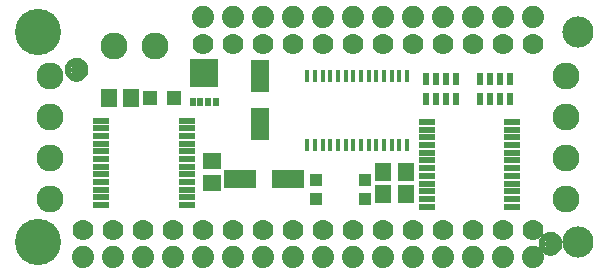
<source format=gbr>
G04 EAGLE Gerber RS-274X export*
G75*
%MOMM*%
%FSLAX34Y34*%
%LPD*%
%INSoldermask Top*%
%IPPOS*%
%AMOC8*
5,1,8,0,0,1.08239X$1,22.5*%
G01*
%ADD10R,1.351600X0.501600*%
%ADD11C,2.286000*%
%ADD12R,1.401600X1.601600*%
%ADD13R,2.701600X1.501600*%
%ADD14R,1.501600X2.701600*%
%ADD15R,1.301600X1.301600*%
%ADD16C,1.101600*%
%ADD17C,0.500000*%
%ADD18R,0.521600X0.801600*%
%ADD19R,2.451600X2.351600*%
%ADD20R,0.406400X1.092200*%
%ADD21R,1.601600X1.401600*%
%ADD22C,2.641600*%
%ADD23C,3.911600*%
%ADD24C,1.879600*%
%ADD25R,0.551600X1.001600*%
%ADD26C,1.778000*%
%ADD27R,1.001600X1.101600*%


D10*
X79320Y128460D03*
X79320Y121960D03*
X79320Y115460D03*
X79320Y108960D03*
X79320Y102460D03*
X79320Y95960D03*
X79320Y89460D03*
X79320Y82960D03*
X79320Y76460D03*
X79320Y69960D03*
X79320Y63460D03*
X79320Y56960D03*
X151820Y69960D03*
X151820Y76460D03*
X151820Y82960D03*
X151820Y89460D03*
X151820Y95960D03*
X151820Y102460D03*
X151820Y108960D03*
X151820Y115460D03*
X151820Y121960D03*
X151820Y128460D03*
X151820Y63460D03*
X151820Y56960D03*
X427410Y55690D03*
X427410Y62190D03*
X427410Y68690D03*
X427410Y75190D03*
X427410Y81690D03*
X427410Y88190D03*
X427410Y94690D03*
X427410Y101190D03*
X427410Y107690D03*
X427410Y114190D03*
X427410Y120690D03*
X427410Y127190D03*
X354910Y114190D03*
X354910Y107690D03*
X354910Y101190D03*
X354910Y94690D03*
X354910Y88190D03*
X354910Y81690D03*
X354910Y75190D03*
X354910Y68690D03*
X354910Y62190D03*
X354910Y55690D03*
X354910Y120690D03*
X354910Y127190D03*
D11*
X89950Y191770D03*
X124950Y191770D03*
D12*
X337160Y85090D03*
X318160Y85090D03*
D13*
X196670Y78740D03*
X237670Y78740D03*
D14*
X213360Y166550D03*
X213360Y125550D03*
D15*
X120310Y147320D03*
X141310Y147320D03*
D12*
X85750Y147320D03*
X104750Y147320D03*
D16*
X459740Y24130D03*
D17*
X459740Y31630D02*
X459559Y31628D01*
X459378Y31621D01*
X459197Y31610D01*
X459016Y31595D01*
X458836Y31575D01*
X458656Y31551D01*
X458477Y31523D01*
X458299Y31490D01*
X458122Y31453D01*
X457945Y31412D01*
X457770Y31367D01*
X457595Y31317D01*
X457422Y31263D01*
X457251Y31205D01*
X457080Y31143D01*
X456912Y31076D01*
X456745Y31006D01*
X456579Y30932D01*
X456416Y30853D01*
X456255Y30771D01*
X456095Y30685D01*
X455938Y30595D01*
X455783Y30501D01*
X455630Y30404D01*
X455480Y30302D01*
X455332Y30198D01*
X455186Y30089D01*
X455044Y29978D01*
X454904Y29862D01*
X454767Y29744D01*
X454632Y29622D01*
X454501Y29497D01*
X454373Y29369D01*
X454248Y29238D01*
X454126Y29103D01*
X454008Y28966D01*
X453892Y28826D01*
X453781Y28684D01*
X453672Y28538D01*
X453568Y28390D01*
X453466Y28240D01*
X453369Y28087D01*
X453275Y27932D01*
X453185Y27775D01*
X453099Y27615D01*
X453017Y27454D01*
X452938Y27291D01*
X452864Y27125D01*
X452794Y26958D01*
X452727Y26790D01*
X452665Y26619D01*
X452607Y26448D01*
X452553Y26275D01*
X452503Y26100D01*
X452458Y25925D01*
X452417Y25748D01*
X452380Y25571D01*
X452347Y25393D01*
X452319Y25214D01*
X452295Y25034D01*
X452275Y24854D01*
X452260Y24673D01*
X452249Y24492D01*
X452242Y24311D01*
X452240Y24130D01*
X459740Y31630D02*
X459921Y31628D01*
X460102Y31621D01*
X460283Y31610D01*
X460464Y31595D01*
X460644Y31575D01*
X460824Y31551D01*
X461003Y31523D01*
X461181Y31490D01*
X461358Y31453D01*
X461535Y31412D01*
X461710Y31367D01*
X461885Y31317D01*
X462058Y31263D01*
X462229Y31205D01*
X462400Y31143D01*
X462568Y31076D01*
X462735Y31006D01*
X462901Y30932D01*
X463064Y30853D01*
X463225Y30771D01*
X463385Y30685D01*
X463542Y30595D01*
X463697Y30501D01*
X463850Y30404D01*
X464000Y30302D01*
X464148Y30198D01*
X464294Y30089D01*
X464436Y29978D01*
X464576Y29862D01*
X464713Y29744D01*
X464848Y29622D01*
X464979Y29497D01*
X465107Y29369D01*
X465232Y29238D01*
X465354Y29103D01*
X465472Y28966D01*
X465588Y28826D01*
X465699Y28684D01*
X465808Y28538D01*
X465912Y28390D01*
X466014Y28240D01*
X466111Y28087D01*
X466205Y27932D01*
X466295Y27775D01*
X466381Y27615D01*
X466463Y27454D01*
X466542Y27291D01*
X466616Y27125D01*
X466686Y26958D01*
X466753Y26790D01*
X466815Y26619D01*
X466873Y26448D01*
X466927Y26275D01*
X466977Y26100D01*
X467022Y25925D01*
X467063Y25748D01*
X467100Y25571D01*
X467133Y25393D01*
X467161Y25214D01*
X467185Y25034D01*
X467205Y24854D01*
X467220Y24673D01*
X467231Y24492D01*
X467238Y24311D01*
X467240Y24130D01*
X467238Y23949D01*
X467231Y23768D01*
X467220Y23587D01*
X467205Y23406D01*
X467185Y23226D01*
X467161Y23046D01*
X467133Y22867D01*
X467100Y22689D01*
X467063Y22512D01*
X467022Y22335D01*
X466977Y22160D01*
X466927Y21985D01*
X466873Y21812D01*
X466815Y21641D01*
X466753Y21470D01*
X466686Y21302D01*
X466616Y21135D01*
X466542Y20969D01*
X466463Y20806D01*
X466381Y20645D01*
X466295Y20485D01*
X466205Y20328D01*
X466111Y20173D01*
X466014Y20020D01*
X465912Y19870D01*
X465808Y19722D01*
X465699Y19576D01*
X465588Y19434D01*
X465472Y19294D01*
X465354Y19157D01*
X465232Y19022D01*
X465107Y18891D01*
X464979Y18763D01*
X464848Y18638D01*
X464713Y18516D01*
X464576Y18398D01*
X464436Y18282D01*
X464294Y18171D01*
X464148Y18062D01*
X464000Y17958D01*
X463850Y17856D01*
X463697Y17759D01*
X463542Y17665D01*
X463385Y17575D01*
X463225Y17489D01*
X463064Y17407D01*
X462901Y17328D01*
X462735Y17254D01*
X462568Y17184D01*
X462400Y17117D01*
X462229Y17055D01*
X462058Y16997D01*
X461885Y16943D01*
X461710Y16893D01*
X461535Y16848D01*
X461358Y16807D01*
X461181Y16770D01*
X461003Y16737D01*
X460824Y16709D01*
X460644Y16685D01*
X460464Y16665D01*
X460283Y16650D01*
X460102Y16639D01*
X459921Y16632D01*
X459740Y16630D01*
X459559Y16632D01*
X459378Y16639D01*
X459197Y16650D01*
X459016Y16665D01*
X458836Y16685D01*
X458656Y16709D01*
X458477Y16737D01*
X458299Y16770D01*
X458122Y16807D01*
X457945Y16848D01*
X457770Y16893D01*
X457595Y16943D01*
X457422Y16997D01*
X457251Y17055D01*
X457080Y17117D01*
X456912Y17184D01*
X456745Y17254D01*
X456579Y17328D01*
X456416Y17407D01*
X456255Y17489D01*
X456095Y17575D01*
X455938Y17665D01*
X455783Y17759D01*
X455630Y17856D01*
X455480Y17958D01*
X455332Y18062D01*
X455186Y18171D01*
X455044Y18282D01*
X454904Y18398D01*
X454767Y18516D01*
X454632Y18638D01*
X454501Y18763D01*
X454373Y18891D01*
X454248Y19022D01*
X454126Y19157D01*
X454008Y19294D01*
X453892Y19434D01*
X453781Y19576D01*
X453672Y19722D01*
X453568Y19870D01*
X453466Y20020D01*
X453369Y20173D01*
X453275Y20328D01*
X453185Y20485D01*
X453099Y20645D01*
X453017Y20806D01*
X452938Y20969D01*
X452864Y21135D01*
X452794Y21302D01*
X452727Y21470D01*
X452665Y21641D01*
X452607Y21812D01*
X452553Y21985D01*
X452503Y22160D01*
X452458Y22335D01*
X452417Y22512D01*
X452380Y22689D01*
X452347Y22867D01*
X452319Y23046D01*
X452295Y23226D01*
X452275Y23406D01*
X452260Y23587D01*
X452249Y23768D01*
X452242Y23949D01*
X452240Y24130D01*
D18*
X163120Y144290D03*
X156620Y144290D03*
X169620Y144290D03*
X176120Y144290D03*
D19*
X166370Y168790D03*
D20*
X338160Y166338D03*
X331660Y166338D03*
X325160Y166338D03*
X318660Y166338D03*
X312160Y166338D03*
X305660Y166338D03*
X299160Y166338D03*
X292660Y166338D03*
X292660Y107982D03*
X299160Y107982D03*
X305660Y107982D03*
X312160Y107982D03*
X318660Y107982D03*
X325160Y107982D03*
X331660Y107982D03*
X338160Y107982D03*
X286160Y166338D03*
X279660Y166338D03*
X286160Y107982D03*
X279660Y107982D03*
X273160Y166338D03*
X266660Y166338D03*
X260160Y166338D03*
X253660Y166338D03*
X253660Y107982D03*
X260160Y107982D03*
X266660Y107982D03*
X273160Y107982D03*
D16*
X58420Y171450D03*
D17*
X58420Y178950D02*
X58239Y178948D01*
X58058Y178941D01*
X57877Y178930D01*
X57696Y178915D01*
X57516Y178895D01*
X57336Y178871D01*
X57157Y178843D01*
X56979Y178810D01*
X56802Y178773D01*
X56625Y178732D01*
X56450Y178687D01*
X56275Y178637D01*
X56102Y178583D01*
X55931Y178525D01*
X55760Y178463D01*
X55592Y178396D01*
X55425Y178326D01*
X55259Y178252D01*
X55096Y178173D01*
X54935Y178091D01*
X54775Y178005D01*
X54618Y177915D01*
X54463Y177821D01*
X54310Y177724D01*
X54160Y177622D01*
X54012Y177518D01*
X53866Y177409D01*
X53724Y177298D01*
X53584Y177182D01*
X53447Y177064D01*
X53312Y176942D01*
X53181Y176817D01*
X53053Y176689D01*
X52928Y176558D01*
X52806Y176423D01*
X52688Y176286D01*
X52572Y176146D01*
X52461Y176004D01*
X52352Y175858D01*
X52248Y175710D01*
X52146Y175560D01*
X52049Y175407D01*
X51955Y175252D01*
X51865Y175095D01*
X51779Y174935D01*
X51697Y174774D01*
X51618Y174611D01*
X51544Y174445D01*
X51474Y174278D01*
X51407Y174110D01*
X51345Y173939D01*
X51287Y173768D01*
X51233Y173595D01*
X51183Y173420D01*
X51138Y173245D01*
X51097Y173068D01*
X51060Y172891D01*
X51027Y172713D01*
X50999Y172534D01*
X50975Y172354D01*
X50955Y172174D01*
X50940Y171993D01*
X50929Y171812D01*
X50922Y171631D01*
X50920Y171450D01*
X58420Y178950D02*
X58601Y178948D01*
X58782Y178941D01*
X58963Y178930D01*
X59144Y178915D01*
X59324Y178895D01*
X59504Y178871D01*
X59683Y178843D01*
X59861Y178810D01*
X60038Y178773D01*
X60215Y178732D01*
X60390Y178687D01*
X60565Y178637D01*
X60738Y178583D01*
X60909Y178525D01*
X61080Y178463D01*
X61248Y178396D01*
X61415Y178326D01*
X61581Y178252D01*
X61744Y178173D01*
X61905Y178091D01*
X62065Y178005D01*
X62222Y177915D01*
X62377Y177821D01*
X62530Y177724D01*
X62680Y177622D01*
X62828Y177518D01*
X62974Y177409D01*
X63116Y177298D01*
X63256Y177182D01*
X63393Y177064D01*
X63528Y176942D01*
X63659Y176817D01*
X63787Y176689D01*
X63912Y176558D01*
X64034Y176423D01*
X64152Y176286D01*
X64268Y176146D01*
X64379Y176004D01*
X64488Y175858D01*
X64592Y175710D01*
X64694Y175560D01*
X64791Y175407D01*
X64885Y175252D01*
X64975Y175095D01*
X65061Y174935D01*
X65143Y174774D01*
X65222Y174611D01*
X65296Y174445D01*
X65366Y174278D01*
X65433Y174110D01*
X65495Y173939D01*
X65553Y173768D01*
X65607Y173595D01*
X65657Y173420D01*
X65702Y173245D01*
X65743Y173068D01*
X65780Y172891D01*
X65813Y172713D01*
X65841Y172534D01*
X65865Y172354D01*
X65885Y172174D01*
X65900Y171993D01*
X65911Y171812D01*
X65918Y171631D01*
X65920Y171450D01*
X65918Y171269D01*
X65911Y171088D01*
X65900Y170907D01*
X65885Y170726D01*
X65865Y170546D01*
X65841Y170366D01*
X65813Y170187D01*
X65780Y170009D01*
X65743Y169832D01*
X65702Y169655D01*
X65657Y169480D01*
X65607Y169305D01*
X65553Y169132D01*
X65495Y168961D01*
X65433Y168790D01*
X65366Y168622D01*
X65296Y168455D01*
X65222Y168289D01*
X65143Y168126D01*
X65061Y167965D01*
X64975Y167805D01*
X64885Y167648D01*
X64791Y167493D01*
X64694Y167340D01*
X64592Y167190D01*
X64488Y167042D01*
X64379Y166896D01*
X64268Y166754D01*
X64152Y166614D01*
X64034Y166477D01*
X63912Y166342D01*
X63787Y166211D01*
X63659Y166083D01*
X63528Y165958D01*
X63393Y165836D01*
X63256Y165718D01*
X63116Y165602D01*
X62974Y165491D01*
X62828Y165382D01*
X62680Y165278D01*
X62530Y165176D01*
X62377Y165079D01*
X62222Y164985D01*
X62065Y164895D01*
X61905Y164809D01*
X61744Y164727D01*
X61581Y164648D01*
X61415Y164574D01*
X61248Y164504D01*
X61080Y164437D01*
X60909Y164375D01*
X60738Y164317D01*
X60565Y164263D01*
X60390Y164213D01*
X60215Y164168D01*
X60038Y164127D01*
X59861Y164090D01*
X59683Y164057D01*
X59504Y164029D01*
X59324Y164005D01*
X59144Y163985D01*
X58963Y163970D01*
X58782Y163959D01*
X58601Y163952D01*
X58420Y163950D01*
X58239Y163952D01*
X58058Y163959D01*
X57877Y163970D01*
X57696Y163985D01*
X57516Y164005D01*
X57336Y164029D01*
X57157Y164057D01*
X56979Y164090D01*
X56802Y164127D01*
X56625Y164168D01*
X56450Y164213D01*
X56275Y164263D01*
X56102Y164317D01*
X55931Y164375D01*
X55760Y164437D01*
X55592Y164504D01*
X55425Y164574D01*
X55259Y164648D01*
X55096Y164727D01*
X54935Y164809D01*
X54775Y164895D01*
X54618Y164985D01*
X54463Y165079D01*
X54310Y165176D01*
X54160Y165278D01*
X54012Y165382D01*
X53866Y165491D01*
X53724Y165602D01*
X53584Y165718D01*
X53447Y165836D01*
X53312Y165958D01*
X53181Y166083D01*
X53053Y166211D01*
X52928Y166342D01*
X52806Y166477D01*
X52688Y166614D01*
X52572Y166754D01*
X52461Y166896D01*
X52352Y167042D01*
X52248Y167190D01*
X52146Y167340D01*
X52049Y167493D01*
X51955Y167648D01*
X51865Y167805D01*
X51779Y167965D01*
X51697Y168126D01*
X51618Y168289D01*
X51544Y168455D01*
X51474Y168622D01*
X51407Y168790D01*
X51345Y168961D01*
X51287Y169132D01*
X51233Y169305D01*
X51183Y169480D01*
X51138Y169655D01*
X51097Y169832D01*
X51060Y170009D01*
X51027Y170187D01*
X50999Y170366D01*
X50975Y170546D01*
X50955Y170726D01*
X50940Y170907D01*
X50929Y171088D01*
X50922Y171269D01*
X50920Y171450D01*
D21*
X172720Y94590D03*
X172720Y75590D03*
D12*
X337160Y66040D03*
X318160Y66040D03*
D22*
X482600Y203200D03*
X482600Y25400D03*
D23*
X25400Y203200D03*
X25400Y25400D03*
D24*
X165100Y215900D03*
X190500Y215900D03*
X215900Y215900D03*
X241300Y215900D03*
X266700Y215900D03*
X292100Y215900D03*
X317500Y215900D03*
X342900Y215900D03*
X368300Y215900D03*
X393700Y215900D03*
X419100Y215900D03*
X444500Y215900D03*
X165100Y12700D03*
X190500Y12700D03*
X215900Y12700D03*
X241300Y12700D03*
X266700Y12700D03*
X292100Y12700D03*
X317500Y12700D03*
X342900Y12700D03*
X368300Y12700D03*
X393700Y12700D03*
X419100Y12700D03*
X444500Y12700D03*
X139700Y12700D03*
X114300Y12700D03*
X88900Y12700D03*
X63500Y12700D03*
D11*
X35560Y131352D03*
X35560Y166352D03*
X35560Y62010D03*
X35560Y97010D03*
X472440Y96740D03*
X472440Y61740D03*
X472440Y166590D03*
X472440Y131590D03*
D25*
X354030Y163440D03*
X354030Y146440D03*
X363030Y163440D03*
X371030Y163440D03*
X380030Y163440D03*
X380030Y146440D03*
X363030Y146440D03*
X371030Y146440D03*
X425750Y146440D03*
X425750Y163440D03*
X416750Y146440D03*
X408750Y146440D03*
X399750Y146440D03*
X399750Y163440D03*
X416750Y163440D03*
X408750Y163440D03*
D26*
X165100Y193040D03*
X190500Y193040D03*
X215900Y193040D03*
X241300Y193040D03*
X266700Y193040D03*
X292100Y193040D03*
X317500Y193040D03*
X342900Y193040D03*
X368300Y193040D03*
X393700Y193040D03*
X419100Y193040D03*
X444500Y193040D03*
X444500Y35560D03*
X419100Y35560D03*
X393700Y35560D03*
X368300Y35560D03*
X342900Y35560D03*
X317500Y35560D03*
X292100Y35560D03*
X266700Y35560D03*
X241300Y35560D03*
X215900Y35560D03*
X190500Y35560D03*
X165100Y35560D03*
X139700Y35560D03*
X114300Y35560D03*
X88900Y35560D03*
X63500Y35560D03*
D27*
X302440Y77850D03*
X302440Y61850D03*
X261440Y61850D03*
X261440Y77850D03*
M02*

</source>
